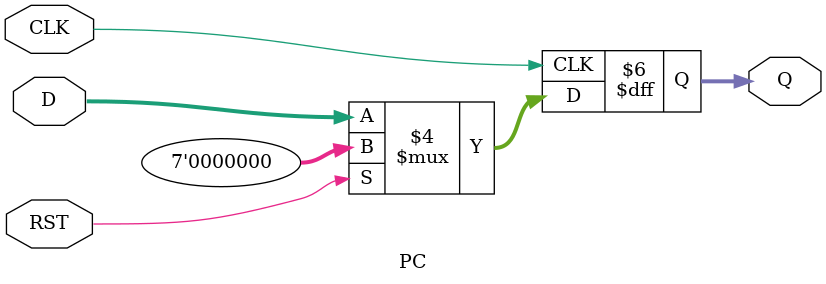
<source format=v>
`timescale 1ns / 1ps

module PC #(parameter n=7)(
    input CLK, RST,
    input [n-1 : 0] D,
    output reg [n-1 : 0] Q = 0
    );

always @(posedge CLK)
    if (RST)
        Q <= {n{1'b0}};
    else
        Q <= D;
        
endmodule

</source>
